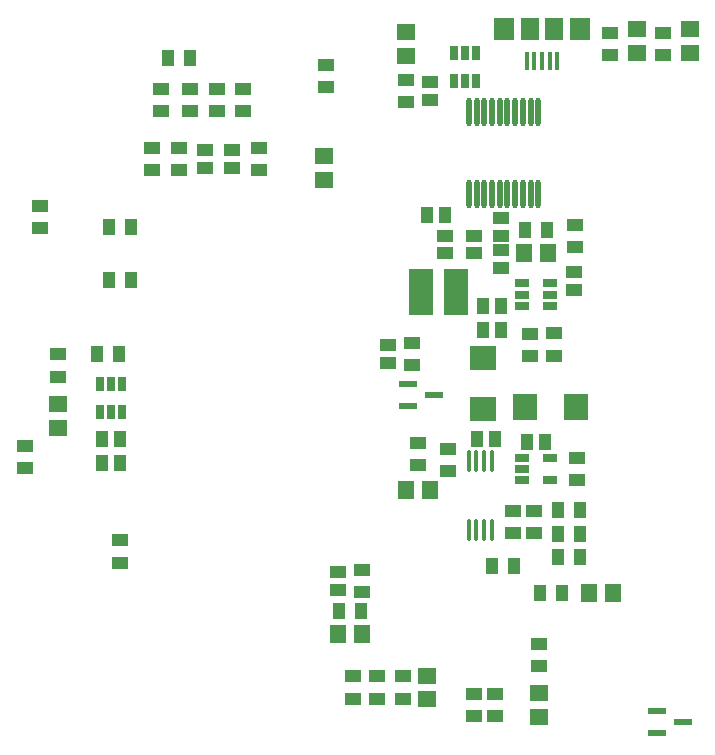
<source format=gtp>
G04*
G04 #@! TF.GenerationSoftware,Altium Limited,Altium Designer,19.1.1 (5)*
G04*
G04 Layer_Color=8421504*
%FSLAX25Y25*%
%MOIN*%
G70*
G01*
G75*
%ADD17R,0.04000X0.05500*%
%ADD18R,0.05500X0.04000*%
%ADD19R,0.05512X0.04331*%
%ADD20R,0.04331X0.05512*%
%ADD21R,0.05512X0.05906*%
%ADD22R,0.05906X0.05512*%
%ADD23R,0.02756X0.05118*%
%ADD24R,0.06299X0.02362*%
%ADD25R,0.07087X0.07480*%
%ADD26R,0.05906X0.07480*%
%ADD27R,0.01575X0.06102*%
%ADD28O,0.01772X0.09449*%
%ADD29R,0.07874X0.09000*%
%ADD30R,0.07874X0.15748*%
%ADD31R,0.09000X0.07874*%
%ADD32O,0.01378X0.07874*%
%ADD33R,0.05118X0.02756*%
D17*
X20432Y126969D02*
D03*
X13032D02*
D03*
X20432Y144685D02*
D03*
X13032D02*
D03*
X159212Y143701D02*
D03*
X151812D02*
D03*
X148057Y31496D02*
D03*
X140657D02*
D03*
X164133Y22638D02*
D03*
X156733D02*
D03*
X9095Y102362D02*
D03*
X16495D02*
D03*
X170039Y50197D02*
D03*
X162639D02*
D03*
Y42323D02*
D03*
X170039D02*
D03*
X40117Y200787D02*
D03*
X32717D02*
D03*
X162639Y34449D02*
D03*
X170039D02*
D03*
X97204Y16732D02*
D03*
X89804D02*
D03*
D18*
X153543Y109015D02*
D03*
Y101615D02*
D03*
X161594Y101733D02*
D03*
Y109133D02*
D03*
X112205Y186261D02*
D03*
Y193661D02*
D03*
X156496Y5669D02*
D03*
Y-1732D02*
D03*
X147638Y42560D02*
D03*
Y49960D02*
D03*
X154921D02*
D03*
Y42560D02*
D03*
X197835Y209409D02*
D03*
Y202009D02*
D03*
X180118D02*
D03*
Y209409D02*
D03*
X-3937Y102125D02*
D03*
Y94725D02*
D03*
X111221Y-5158D02*
D03*
Y-12558D02*
D03*
X169291Y60276D02*
D03*
Y67676D02*
D03*
X97441Y30275D02*
D03*
Y22875D02*
D03*
X116142Y72598D02*
D03*
Y65198D02*
D03*
X114173Y106062D02*
D03*
Y98662D02*
D03*
X40128Y183308D02*
D03*
Y190708D02*
D03*
X48987D02*
D03*
Y183308D02*
D03*
X57845D02*
D03*
Y190708D02*
D03*
X62992Y171023D02*
D03*
Y163623D02*
D03*
X27559D02*
D03*
Y171023D02*
D03*
X30512Y190708D02*
D03*
Y183308D02*
D03*
X36417Y171023D02*
D03*
Y163623D02*
D03*
X16732Y40117D02*
D03*
Y32717D02*
D03*
X-10000Y151600D02*
D03*
Y144200D02*
D03*
X168307Y138032D02*
D03*
Y145432D02*
D03*
X134843Y-18464D02*
D03*
Y-11064D02*
D03*
X141732D02*
D03*
Y-18464D02*
D03*
X94488Y-5158D02*
D03*
Y-12558D02*
D03*
X102362D02*
D03*
Y-5158D02*
D03*
X-14764Y64213D02*
D03*
Y71613D02*
D03*
X85630Y198582D02*
D03*
Y191182D02*
D03*
X125984Y70629D02*
D03*
Y63229D02*
D03*
D19*
X143701Y141732D02*
D03*
Y147638D02*
D03*
X168110Y129680D02*
D03*
Y123775D02*
D03*
X125000Y141732D02*
D03*
Y135827D02*
D03*
X143701Y130905D02*
D03*
Y136811D02*
D03*
X134843Y141732D02*
D03*
Y135827D02*
D03*
X120079Y192913D02*
D03*
Y187008D02*
D03*
X89567Y23622D02*
D03*
Y29528D02*
D03*
X106299Y99409D02*
D03*
Y105315D02*
D03*
X45276Y164370D02*
D03*
Y170276D02*
D03*
X54134D02*
D03*
Y164370D02*
D03*
D20*
X143701Y110236D02*
D03*
X137795D02*
D03*
Y118110D02*
D03*
X143701D02*
D03*
X152559Y72835D02*
D03*
X158465D02*
D03*
X119095Y148622D02*
D03*
X125000D02*
D03*
X16732Y65945D02*
D03*
X10827D02*
D03*
Y73819D02*
D03*
X16732D02*
D03*
X141853Y73900D02*
D03*
X135947D02*
D03*
D21*
X97441Y8858D02*
D03*
X89567D02*
D03*
X120079Y57087D02*
D03*
X112205D02*
D03*
X173228Y22638D02*
D03*
X181102D02*
D03*
X159449Y135827D02*
D03*
X151575D02*
D03*
D22*
X-3937Y85630D02*
D03*
Y77756D02*
D03*
X112205Y201772D02*
D03*
Y209646D02*
D03*
X84646Y168307D02*
D03*
Y160433D02*
D03*
X206693Y202756D02*
D03*
Y210630D02*
D03*
X188976Y202756D02*
D03*
Y210630D02*
D03*
X119095Y-12795D02*
D03*
Y-4921D02*
D03*
X156496Y-10827D02*
D03*
Y-18701D02*
D03*
D23*
X17520Y92323D02*
D03*
X13780D02*
D03*
X10039D02*
D03*
Y82874D02*
D03*
X13780D02*
D03*
X17520D02*
D03*
X135630Y202559D02*
D03*
X131890D02*
D03*
X128149D02*
D03*
Y193110D02*
D03*
X131890D02*
D03*
X135630D02*
D03*
D24*
X195866Y-16732D02*
D03*
Y-24213D02*
D03*
X204527Y-20472D02*
D03*
X112795Y92323D02*
D03*
Y84843D02*
D03*
X121457Y88583D02*
D03*
D25*
X144882Y210630D02*
D03*
X170079D02*
D03*
D26*
X153543D02*
D03*
X161417D02*
D03*
D27*
X152362Y200098D02*
D03*
X154921D02*
D03*
X157480D02*
D03*
X160039D02*
D03*
X162599D02*
D03*
D28*
X133169Y155512D02*
D03*
X135728D02*
D03*
X138287D02*
D03*
X140847D02*
D03*
X143405D02*
D03*
X145965D02*
D03*
X148524D02*
D03*
X151083D02*
D03*
X153642D02*
D03*
X156201D02*
D03*
X133169Y183071D02*
D03*
X135728D02*
D03*
X138287D02*
D03*
X140847D02*
D03*
X143405D02*
D03*
X145965D02*
D03*
X148524D02*
D03*
X151083D02*
D03*
X153642D02*
D03*
X156201D02*
D03*
D29*
X151706Y84646D02*
D03*
X168847D02*
D03*
D30*
X128937Y123031D02*
D03*
X117126D02*
D03*
D31*
X137795Y101091D02*
D03*
Y83949D02*
D03*
D32*
X140649Y66535D02*
D03*
X138091D02*
D03*
X135531D02*
D03*
X132973D02*
D03*
X140649Y43701D02*
D03*
X138091D02*
D03*
X135531D02*
D03*
X132973D02*
D03*
D33*
X150787Y125787D02*
D03*
Y122047D02*
D03*
Y118307D02*
D03*
X160236D02*
D03*
Y122047D02*
D03*
Y125787D02*
D03*
X150787Y67716D02*
D03*
Y63976D02*
D03*
Y60236D02*
D03*
X160236D02*
D03*
Y67716D02*
D03*
M02*

</source>
